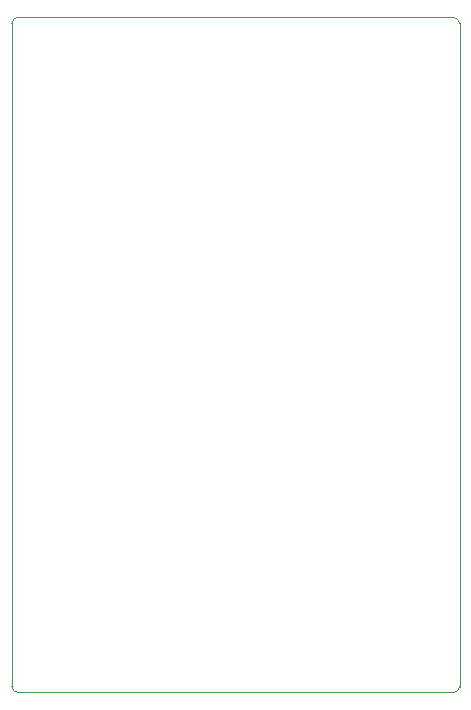
<source format=gm1>
G04 #@! TF.GenerationSoftware,KiCad,Pcbnew,7.0.5*
G04 #@! TF.CreationDate,2023-08-10T21:35:12+08:00*
G04 #@! TF.ProjectId,LA,4c412e6b-6963-4616-945f-706362585858,rev?*
G04 #@! TF.SameCoordinates,Original*
G04 #@! TF.FileFunction,Profile,NP*
%FSLAX46Y46*%
G04 Gerber Fmt 4.6, Leading zero omitted, Abs format (unit mm)*
G04 Created by KiCad (PCBNEW 7.0.5) date 2023-08-10 21:35:12*
%MOMM*%
%LPD*%
G01*
G04 APERTURE LIST*
G04 #@! TA.AperFunction,Profile*
%ADD10C,0.100000*%
G04 #@! TD*
G04 APERTURE END LIST*
D10*
X151035000Y-102055024D02*
G75*
G03*
X151534950Y-101550025I-5100J505024D01*
G01*
X151535000Y-101555000D02*
X151535000Y-45405000D01*
X151035000Y-44905000D02*
X114135000Y-44905000D01*
X151535024Y-45405000D02*
G75*
G03*
X151030025Y-44905050I-505024J-5100D01*
G01*
X151035000Y-102055000D02*
X114135000Y-102055000D01*
X113630025Y-101555050D02*
G75*
G03*
X114135000Y-102055000I504975J5050D01*
G01*
X114134950Y-44900025D02*
G75*
G03*
X113635000Y-45405000I5050J-504975D01*
G01*
X113635000Y-45405000D02*
X113635000Y-101555000D01*
M02*

</source>
